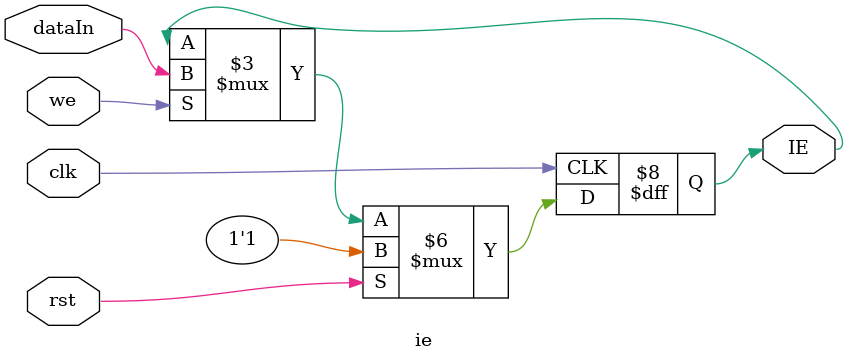
<source format=v>
module ie(clk, rst, we, dataIn, IE);
    input clk, we, dataIn, rst;
    output reg IE;

    initial begin
        IE = 1'b1;
    end

    always @(posedge clk) begin
        if (rst) IE <= 1'b1;
        else if (we) IE <= dataIn;
    end

endmodule
</source>
